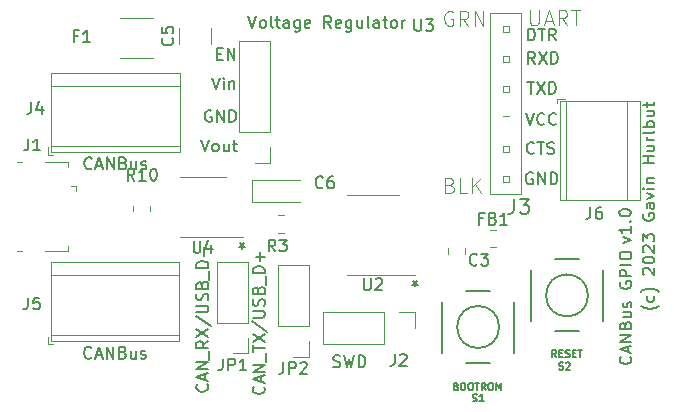
<source format=gbr>
%TF.GenerationSoftware,KiCad,Pcbnew,6.0.11-2627ca5db0~126~ubuntu22.04.1*%
%TF.CreationDate,2023-02-28T18:33:25-05:00*%
%TF.ProjectId,canbus-gpios,63616e62-7573-42d6-9770-696f732e6b69,1.0*%
%TF.SameCoordinates,Original*%
%TF.FileFunction,Legend,Top*%
%TF.FilePolarity,Positive*%
%FSLAX46Y46*%
G04 Gerber Fmt 4.6, Leading zero omitted, Abs format (unit mm)*
G04 Created by KiCad (PCBNEW 6.0.11-2627ca5db0~126~ubuntu22.04.1) date 2023-02-28 18:33:25*
%MOMM*%
%LPD*%
G01*
G04 APERTURE LIST*
%ADD10C,0.150000*%
%ADD11C,0.127000*%
%ADD12C,0.101600*%
%ADD13C,0.120000*%
%ADD14C,0.203200*%
%ADD15C,0.066040*%
G04 APERTURE END LIST*
D10*
X107057142Y-98767857D02*
X107104761Y-98815476D01*
X107152380Y-98958333D01*
X107152380Y-99053571D01*
X107104761Y-99196428D01*
X107009523Y-99291666D01*
X106914285Y-99339285D01*
X106723809Y-99386904D01*
X106580952Y-99386904D01*
X106390476Y-99339285D01*
X106295238Y-99291666D01*
X106200000Y-99196428D01*
X106152380Y-99053571D01*
X106152380Y-98958333D01*
X106200000Y-98815476D01*
X106247619Y-98767857D01*
X106866666Y-98386904D02*
X106866666Y-97910714D01*
X107152380Y-98482142D02*
X106152380Y-98148809D01*
X107152380Y-97815476D01*
X107152380Y-97482142D02*
X106152380Y-97482142D01*
X107152380Y-96910714D01*
X106152380Y-96910714D01*
X106628571Y-96101190D02*
X106676190Y-95958333D01*
X106723809Y-95910714D01*
X106819047Y-95863095D01*
X106961904Y-95863095D01*
X107057142Y-95910714D01*
X107104761Y-95958333D01*
X107152380Y-96053571D01*
X107152380Y-96434523D01*
X106152380Y-96434523D01*
X106152380Y-96101190D01*
X106200000Y-96005952D01*
X106247619Y-95958333D01*
X106342857Y-95910714D01*
X106438095Y-95910714D01*
X106533333Y-95958333D01*
X106580952Y-96005952D01*
X106628571Y-96101190D01*
X106628571Y-96434523D01*
X106485714Y-95005952D02*
X107152380Y-95005952D01*
X106485714Y-95434523D02*
X107009523Y-95434523D01*
X107104761Y-95386904D01*
X107152380Y-95291666D01*
X107152380Y-95148809D01*
X107104761Y-95053571D01*
X107057142Y-95005952D01*
X107104761Y-94577380D02*
X107152380Y-94482142D01*
X107152380Y-94291666D01*
X107104761Y-94196428D01*
X107009523Y-94148809D01*
X106961904Y-94148809D01*
X106866666Y-94196428D01*
X106819047Y-94291666D01*
X106819047Y-94434523D01*
X106771428Y-94529761D01*
X106676190Y-94577380D01*
X106628571Y-94577380D01*
X106533333Y-94529761D01*
X106485714Y-94434523D01*
X106485714Y-94291666D01*
X106533333Y-94196428D01*
X106200000Y-92434523D02*
X106152380Y-92529761D01*
X106152380Y-92672619D01*
X106200000Y-92815476D01*
X106295238Y-92910714D01*
X106390476Y-92958333D01*
X106580952Y-93005952D01*
X106723809Y-93005952D01*
X106914285Y-92958333D01*
X107009523Y-92910714D01*
X107104761Y-92815476D01*
X107152380Y-92672619D01*
X107152380Y-92577380D01*
X107104761Y-92434523D01*
X107057142Y-92386904D01*
X106723809Y-92386904D01*
X106723809Y-92577380D01*
X107152380Y-91958333D02*
X106152380Y-91958333D01*
X106152380Y-91577380D01*
X106200000Y-91482142D01*
X106247619Y-91434523D01*
X106342857Y-91386904D01*
X106485714Y-91386904D01*
X106580952Y-91434523D01*
X106628571Y-91482142D01*
X106676190Y-91577380D01*
X106676190Y-91958333D01*
X107152380Y-90958333D02*
X106152380Y-90958333D01*
X106152380Y-90291666D02*
X106152380Y-90101190D01*
X106200000Y-90005952D01*
X106295238Y-89910714D01*
X106485714Y-89863095D01*
X106819047Y-89863095D01*
X107009523Y-89910714D01*
X107104761Y-90005952D01*
X107152380Y-90101190D01*
X107152380Y-90291666D01*
X107104761Y-90386904D01*
X107009523Y-90482142D01*
X106819047Y-90529761D01*
X106485714Y-90529761D01*
X106295238Y-90482142D01*
X106200000Y-90386904D01*
X106152380Y-90291666D01*
X106435714Y-89103571D02*
X107102380Y-88865476D01*
X106435714Y-88627380D01*
X107102380Y-87722619D02*
X107102380Y-88294047D01*
X107102380Y-88008333D02*
X106102380Y-88008333D01*
X106245238Y-88103571D01*
X106340476Y-88198809D01*
X106388095Y-88294047D01*
X107007142Y-87294047D02*
X107054761Y-87246428D01*
X107102380Y-87294047D01*
X107054761Y-87341666D01*
X107007142Y-87294047D01*
X107102380Y-87294047D01*
X106102380Y-86627380D02*
X106102380Y-86532142D01*
X106150000Y-86436904D01*
X106197619Y-86389285D01*
X106292857Y-86341666D01*
X106483333Y-86294047D01*
X106721428Y-86294047D01*
X106911904Y-86341666D01*
X107007142Y-86389285D01*
X107054761Y-86436904D01*
X107102380Y-86532142D01*
X107102380Y-86627380D01*
X107054761Y-86722619D01*
X107007142Y-86770238D01*
X106911904Y-86817857D01*
X106721428Y-86865476D01*
X106483333Y-86865476D01*
X106292857Y-86817857D01*
X106197619Y-86770238D01*
X106150000Y-86722619D01*
X106102380Y-86627380D01*
X109483333Y-94430952D02*
X109435714Y-94478571D01*
X109292857Y-94573809D01*
X109197619Y-94621428D01*
X109054761Y-94669047D01*
X108816666Y-94716666D01*
X108626190Y-94716666D01*
X108388095Y-94669047D01*
X108245238Y-94621428D01*
X108150000Y-94573809D01*
X108007142Y-94478571D01*
X107959523Y-94430952D01*
X109054761Y-93621428D02*
X109102380Y-93716666D01*
X109102380Y-93907142D01*
X109054761Y-94002380D01*
X109007142Y-94050000D01*
X108911904Y-94097619D01*
X108626190Y-94097619D01*
X108530952Y-94050000D01*
X108483333Y-94002380D01*
X108435714Y-93907142D01*
X108435714Y-93716666D01*
X108483333Y-93621428D01*
X109483333Y-93288095D02*
X109435714Y-93240476D01*
X109292857Y-93145238D01*
X109197619Y-93097619D01*
X109054761Y-93050000D01*
X108816666Y-93002380D01*
X108626190Y-93002380D01*
X108388095Y-93050000D01*
X108245238Y-93097619D01*
X108150000Y-93145238D01*
X108007142Y-93240476D01*
X107959523Y-93288095D01*
X108197619Y-91811904D02*
X108150000Y-91764285D01*
X108102380Y-91669047D01*
X108102380Y-91430952D01*
X108150000Y-91335714D01*
X108197619Y-91288095D01*
X108292857Y-91240476D01*
X108388095Y-91240476D01*
X108530952Y-91288095D01*
X109102380Y-91859523D01*
X109102380Y-91240476D01*
X108102380Y-90621428D02*
X108102380Y-90526190D01*
X108150000Y-90430952D01*
X108197619Y-90383333D01*
X108292857Y-90335714D01*
X108483333Y-90288095D01*
X108721428Y-90288095D01*
X108911904Y-90335714D01*
X109007142Y-90383333D01*
X109054761Y-90430952D01*
X109102380Y-90526190D01*
X109102380Y-90621428D01*
X109054761Y-90716666D01*
X109007142Y-90764285D01*
X108911904Y-90811904D01*
X108721428Y-90859523D01*
X108483333Y-90859523D01*
X108292857Y-90811904D01*
X108197619Y-90764285D01*
X108150000Y-90716666D01*
X108102380Y-90621428D01*
X108197619Y-89907142D02*
X108150000Y-89859523D01*
X108102380Y-89764285D01*
X108102380Y-89526190D01*
X108150000Y-89430952D01*
X108197619Y-89383333D01*
X108292857Y-89335714D01*
X108388095Y-89335714D01*
X108530952Y-89383333D01*
X109102380Y-89954761D01*
X109102380Y-89335714D01*
X108102380Y-89002380D02*
X108102380Y-88383333D01*
X108483333Y-88716666D01*
X108483333Y-88573809D01*
X108530952Y-88478571D01*
X108578571Y-88430952D01*
X108673809Y-88383333D01*
X108911904Y-88383333D01*
X109007142Y-88430952D01*
X109054761Y-88478571D01*
X109102380Y-88573809D01*
X109102380Y-88859523D01*
X109054761Y-88954761D01*
X109007142Y-89002380D01*
X108150000Y-86669047D02*
X108102380Y-86764285D01*
X108102380Y-86907142D01*
X108150000Y-87050000D01*
X108245238Y-87145238D01*
X108340476Y-87192857D01*
X108530952Y-87240476D01*
X108673809Y-87240476D01*
X108864285Y-87192857D01*
X108959523Y-87145238D01*
X109054761Y-87050000D01*
X109102380Y-86907142D01*
X109102380Y-86811904D01*
X109054761Y-86669047D01*
X109007142Y-86621428D01*
X108673809Y-86621428D01*
X108673809Y-86811904D01*
X109102380Y-85764285D02*
X108578571Y-85764285D01*
X108483333Y-85811904D01*
X108435714Y-85907142D01*
X108435714Y-86097619D01*
X108483333Y-86192857D01*
X109054761Y-85764285D02*
X109102380Y-85859523D01*
X109102380Y-86097619D01*
X109054761Y-86192857D01*
X108959523Y-86240476D01*
X108864285Y-86240476D01*
X108769047Y-86192857D01*
X108721428Y-86097619D01*
X108721428Y-85859523D01*
X108673809Y-85764285D01*
X108435714Y-85383333D02*
X109102380Y-85145238D01*
X108435714Y-84907142D01*
X109102380Y-84526190D02*
X108435714Y-84526190D01*
X108102380Y-84526190D02*
X108150000Y-84573809D01*
X108197619Y-84526190D01*
X108150000Y-84478571D01*
X108102380Y-84526190D01*
X108197619Y-84526190D01*
X108435714Y-84050000D02*
X109102380Y-84050000D01*
X108530952Y-84050000D02*
X108483333Y-84002380D01*
X108435714Y-83907142D01*
X108435714Y-83764285D01*
X108483333Y-83669047D01*
X108578571Y-83621428D01*
X109102380Y-83621428D01*
X109102380Y-82383333D02*
X108102380Y-82383333D01*
X108578571Y-82383333D02*
X108578571Y-81811904D01*
X109102380Y-81811904D02*
X108102380Y-81811904D01*
X108435714Y-80907142D02*
X109102380Y-80907142D01*
X108435714Y-81335714D02*
X108959523Y-81335714D01*
X109054761Y-81288095D01*
X109102380Y-81192857D01*
X109102380Y-81050000D01*
X109054761Y-80954761D01*
X109007142Y-80907142D01*
X109102380Y-80430952D02*
X108435714Y-80430952D01*
X108626190Y-80430952D02*
X108530952Y-80383333D01*
X108483333Y-80335714D01*
X108435714Y-80240476D01*
X108435714Y-80145238D01*
X109102380Y-79669047D02*
X109054761Y-79764285D01*
X108959523Y-79811904D01*
X108102380Y-79811904D01*
X109102380Y-79288095D02*
X108102380Y-79288095D01*
X108483333Y-79288095D02*
X108435714Y-79192857D01*
X108435714Y-79002380D01*
X108483333Y-78907142D01*
X108530952Y-78859523D01*
X108626190Y-78811904D01*
X108911904Y-78811904D01*
X109007142Y-78859523D01*
X109054761Y-78907142D01*
X109102380Y-79002380D01*
X109102380Y-79192857D01*
X109054761Y-79288095D01*
X108435714Y-77954761D02*
X109102380Y-77954761D01*
X108435714Y-78383333D02*
X108959523Y-78383333D01*
X109054761Y-78335714D01*
X109102380Y-78240476D01*
X109102380Y-78097619D01*
X109054761Y-78002380D01*
X109007142Y-77954761D01*
X108435714Y-77621428D02*
X108435714Y-77240476D01*
X108102380Y-77478571D02*
X108959523Y-77478571D01*
X109054761Y-77430952D01*
X109102380Y-77335714D01*
X109102380Y-77240476D01*
%TO.C,JP1*%
X72566666Y-98922380D02*
X72566666Y-99636666D01*
X72519047Y-99779523D01*
X72423809Y-99874761D01*
X72280952Y-99922380D01*
X72185714Y-99922380D01*
X73042857Y-99922380D02*
X73042857Y-98922380D01*
X73423809Y-98922380D01*
X73519047Y-98970000D01*
X73566666Y-99017619D01*
X73614285Y-99112857D01*
X73614285Y-99255714D01*
X73566666Y-99350952D01*
X73519047Y-99398571D01*
X73423809Y-99446190D01*
X73042857Y-99446190D01*
X74566666Y-99922380D02*
X73995238Y-99922380D01*
X74280952Y-99922380D02*
X74280952Y-98922380D01*
X74185714Y-99065238D01*
X74090476Y-99160476D01*
X73995238Y-99208095D01*
X71232142Y-101098809D02*
X71279761Y-101146428D01*
X71327380Y-101289285D01*
X71327380Y-101384523D01*
X71279761Y-101527380D01*
X71184523Y-101622619D01*
X71089285Y-101670238D01*
X70898809Y-101717857D01*
X70755952Y-101717857D01*
X70565476Y-101670238D01*
X70470238Y-101622619D01*
X70375000Y-101527380D01*
X70327380Y-101384523D01*
X70327380Y-101289285D01*
X70375000Y-101146428D01*
X70422619Y-101098809D01*
X71041666Y-100717857D02*
X71041666Y-100241666D01*
X71327380Y-100813095D02*
X70327380Y-100479761D01*
X71327380Y-100146428D01*
X71327380Y-99813095D02*
X70327380Y-99813095D01*
X71327380Y-99241666D01*
X70327380Y-99241666D01*
X71422619Y-99003571D02*
X71422619Y-98241666D01*
X71327380Y-97432142D02*
X70851190Y-97765476D01*
X71327380Y-98003571D02*
X70327380Y-98003571D01*
X70327380Y-97622619D01*
X70375000Y-97527380D01*
X70422619Y-97479761D01*
X70517857Y-97432142D01*
X70660714Y-97432142D01*
X70755952Y-97479761D01*
X70803571Y-97527380D01*
X70851190Y-97622619D01*
X70851190Y-98003571D01*
X70327380Y-97098809D02*
X71327380Y-96432142D01*
X70327380Y-96432142D02*
X71327380Y-97098809D01*
X70279761Y-95336904D02*
X71565476Y-96194047D01*
X70327380Y-95003571D02*
X71136904Y-95003571D01*
X71232142Y-94955952D01*
X71279761Y-94908333D01*
X71327380Y-94813095D01*
X71327380Y-94622619D01*
X71279761Y-94527380D01*
X71232142Y-94479761D01*
X71136904Y-94432142D01*
X70327380Y-94432142D01*
X71279761Y-94003571D02*
X71327380Y-93860714D01*
X71327380Y-93622619D01*
X71279761Y-93527380D01*
X71232142Y-93479761D01*
X71136904Y-93432142D01*
X71041666Y-93432142D01*
X70946428Y-93479761D01*
X70898809Y-93527380D01*
X70851190Y-93622619D01*
X70803571Y-93813095D01*
X70755952Y-93908333D01*
X70708333Y-93955952D01*
X70613095Y-94003571D01*
X70517857Y-94003571D01*
X70422619Y-93955952D01*
X70375000Y-93908333D01*
X70327380Y-93813095D01*
X70327380Y-93575000D01*
X70375000Y-93432142D01*
X70803571Y-92670238D02*
X70851190Y-92527380D01*
X70898809Y-92479761D01*
X70994047Y-92432142D01*
X71136904Y-92432142D01*
X71232142Y-92479761D01*
X71279761Y-92527380D01*
X71327380Y-92622619D01*
X71327380Y-93003571D01*
X70327380Y-93003571D01*
X70327380Y-92670238D01*
X70375000Y-92575000D01*
X70422619Y-92527380D01*
X70517857Y-92479761D01*
X70613095Y-92479761D01*
X70708333Y-92527380D01*
X70755952Y-92575000D01*
X70803571Y-92670238D01*
X70803571Y-93003571D01*
X71422619Y-92241666D02*
X71422619Y-91479761D01*
X71327380Y-91241666D02*
X70327380Y-91241666D01*
X70327380Y-91003571D01*
X70375000Y-90860714D01*
X70470238Y-90765476D01*
X70565476Y-90717857D01*
X70755952Y-90670238D01*
X70898809Y-90670238D01*
X71089285Y-90717857D01*
X71184523Y-90765476D01*
X71279761Y-90860714D01*
X71327380Y-91003571D01*
X71327380Y-91241666D01*
X70946428Y-90241666D02*
X70946428Y-89479761D01*
%TO.C,J5*%
X56066666Y-93752380D02*
X56066666Y-94466666D01*
X56019047Y-94609523D01*
X55923809Y-94704761D01*
X55780952Y-94752380D01*
X55685714Y-94752380D01*
X57019047Y-93752380D02*
X56542857Y-93752380D01*
X56495238Y-94228571D01*
X56542857Y-94180952D01*
X56638095Y-94133333D01*
X56876190Y-94133333D01*
X56971428Y-94180952D01*
X57019047Y-94228571D01*
X57066666Y-94323809D01*
X57066666Y-94561904D01*
X57019047Y-94657142D01*
X56971428Y-94704761D01*
X56876190Y-94752380D01*
X56638095Y-94752380D01*
X56542857Y-94704761D01*
X56495238Y-94657142D01*
X61435000Y-98827142D02*
X61387380Y-98874761D01*
X61244523Y-98922380D01*
X61149285Y-98922380D01*
X61006428Y-98874761D01*
X60911190Y-98779523D01*
X60863571Y-98684285D01*
X60815952Y-98493809D01*
X60815952Y-98350952D01*
X60863571Y-98160476D01*
X60911190Y-98065238D01*
X61006428Y-97970000D01*
X61149285Y-97922380D01*
X61244523Y-97922380D01*
X61387380Y-97970000D01*
X61435000Y-98017619D01*
X61815952Y-98636666D02*
X62292142Y-98636666D01*
X61720714Y-98922380D02*
X62054047Y-97922380D01*
X62387380Y-98922380D01*
X62720714Y-98922380D02*
X62720714Y-97922380D01*
X63292142Y-98922380D01*
X63292142Y-97922380D01*
X64101666Y-98398571D02*
X64244523Y-98446190D01*
X64292142Y-98493809D01*
X64339761Y-98589047D01*
X64339761Y-98731904D01*
X64292142Y-98827142D01*
X64244523Y-98874761D01*
X64149285Y-98922380D01*
X63768333Y-98922380D01*
X63768333Y-97922380D01*
X64101666Y-97922380D01*
X64196904Y-97970000D01*
X64244523Y-98017619D01*
X64292142Y-98112857D01*
X64292142Y-98208095D01*
X64244523Y-98303333D01*
X64196904Y-98350952D01*
X64101666Y-98398571D01*
X63768333Y-98398571D01*
X65196904Y-98255714D02*
X65196904Y-98922380D01*
X64768333Y-98255714D02*
X64768333Y-98779523D01*
X64815952Y-98874761D01*
X64911190Y-98922380D01*
X65054047Y-98922380D01*
X65149285Y-98874761D01*
X65196904Y-98827142D01*
X65625476Y-98874761D02*
X65720714Y-98922380D01*
X65911190Y-98922380D01*
X66006428Y-98874761D01*
X66054047Y-98779523D01*
X66054047Y-98731904D01*
X66006428Y-98636666D01*
X65911190Y-98589047D01*
X65768333Y-98589047D01*
X65673095Y-98541428D01*
X65625476Y-98446190D01*
X65625476Y-98398571D01*
X65673095Y-98303333D01*
X65768333Y-98255714D01*
X65911190Y-98255714D01*
X66006428Y-98303333D01*
%TO.C,J2*%
X87116666Y-98552380D02*
X87116666Y-99266666D01*
X87069047Y-99409523D01*
X86973809Y-99504761D01*
X86830952Y-99552380D01*
X86735714Y-99552380D01*
X87545238Y-98647619D02*
X87592857Y-98600000D01*
X87688095Y-98552380D01*
X87926190Y-98552380D01*
X88021428Y-98600000D01*
X88069047Y-98647619D01*
X88116666Y-98742857D01*
X88116666Y-98838095D01*
X88069047Y-98980952D01*
X87497619Y-99552380D01*
X88116666Y-99552380D01*
X81917857Y-99604761D02*
X82060714Y-99652380D01*
X82298809Y-99652380D01*
X82394047Y-99604761D01*
X82441666Y-99557142D01*
X82489285Y-99461904D01*
X82489285Y-99366666D01*
X82441666Y-99271428D01*
X82394047Y-99223809D01*
X82298809Y-99176190D01*
X82108333Y-99128571D01*
X82013095Y-99080952D01*
X81965476Y-99033333D01*
X81917857Y-98938095D01*
X81917857Y-98842857D01*
X81965476Y-98747619D01*
X82013095Y-98700000D01*
X82108333Y-98652380D01*
X82346428Y-98652380D01*
X82489285Y-98700000D01*
X82822619Y-98652380D02*
X83060714Y-99652380D01*
X83251190Y-98938095D01*
X83441666Y-99652380D01*
X83679761Y-98652380D01*
X84060714Y-99652380D02*
X84060714Y-98652380D01*
X84298809Y-98652380D01*
X84441666Y-98700000D01*
X84536904Y-98795238D01*
X84584523Y-98890476D01*
X84632142Y-99080952D01*
X84632142Y-99223809D01*
X84584523Y-99414285D01*
X84536904Y-99509523D01*
X84441666Y-99604761D01*
X84298809Y-99652380D01*
X84060714Y-99652380D01*
%TO.C,R10*%
X65082142Y-83852380D02*
X64748809Y-83376190D01*
X64510714Y-83852380D02*
X64510714Y-82852380D01*
X64891666Y-82852380D01*
X64986904Y-82900000D01*
X65034523Y-82947619D01*
X65082142Y-83042857D01*
X65082142Y-83185714D01*
X65034523Y-83280952D01*
X64986904Y-83328571D01*
X64891666Y-83376190D01*
X64510714Y-83376190D01*
X66034523Y-83852380D02*
X65463095Y-83852380D01*
X65748809Y-83852380D02*
X65748809Y-82852380D01*
X65653571Y-82995238D01*
X65558333Y-83090476D01*
X65463095Y-83138095D01*
X66653571Y-82852380D02*
X66748809Y-82852380D01*
X66844047Y-82900000D01*
X66891666Y-82947619D01*
X66939285Y-83042857D01*
X66986904Y-83233333D01*
X66986904Y-83471428D01*
X66939285Y-83661904D01*
X66891666Y-83757142D01*
X66844047Y-83804761D01*
X66748809Y-83852380D01*
X66653571Y-83852380D01*
X66558333Y-83804761D01*
X66510714Y-83757142D01*
X66463095Y-83661904D01*
X66415476Y-83471428D01*
X66415476Y-83233333D01*
X66463095Y-83042857D01*
X66510714Y-82947619D01*
X66558333Y-82900000D01*
X66653571Y-82852380D01*
%TO.C,C3*%
X94083333Y-90957142D02*
X94035714Y-91004761D01*
X93892857Y-91052380D01*
X93797619Y-91052380D01*
X93654761Y-91004761D01*
X93559523Y-90909523D01*
X93511904Y-90814285D01*
X93464285Y-90623809D01*
X93464285Y-90480952D01*
X93511904Y-90290476D01*
X93559523Y-90195238D01*
X93654761Y-90100000D01*
X93797619Y-90052380D01*
X93892857Y-90052380D01*
X94035714Y-90100000D01*
X94083333Y-90147619D01*
X94416666Y-90052380D02*
X95035714Y-90052380D01*
X94702380Y-90433333D01*
X94845238Y-90433333D01*
X94940476Y-90480952D01*
X94988095Y-90528571D01*
X95035714Y-90623809D01*
X95035714Y-90861904D01*
X94988095Y-90957142D01*
X94940476Y-91004761D01*
X94845238Y-91052380D01*
X94559523Y-91052380D01*
X94464285Y-91004761D01*
X94416666Y-90957142D01*
D11*
%TO.C,S1*%
X93710542Y-102521742D02*
X93797628Y-102550771D01*
X93942771Y-102550771D01*
X94000828Y-102521742D01*
X94029857Y-102492714D01*
X94058885Y-102434657D01*
X94058885Y-102376600D01*
X94029857Y-102318542D01*
X94000828Y-102289514D01*
X93942771Y-102260485D01*
X93826657Y-102231457D01*
X93768600Y-102202428D01*
X93739571Y-102173400D01*
X93710542Y-102115342D01*
X93710542Y-102057285D01*
X93739571Y-101999228D01*
X93768600Y-101970200D01*
X93826657Y-101941171D01*
X93971800Y-101941171D01*
X94058885Y-101970200D01*
X94639457Y-102550771D02*
X94291114Y-102550771D01*
X94465285Y-102550771D02*
X94465285Y-101941171D01*
X94407228Y-102028257D01*
X94349171Y-102086314D01*
X94291114Y-102115342D01*
X92325228Y-101281457D02*
X92412314Y-101310485D01*
X92441342Y-101339514D01*
X92470371Y-101397571D01*
X92470371Y-101484657D01*
X92441342Y-101542714D01*
X92412314Y-101571742D01*
X92354257Y-101600771D01*
X92122028Y-101600771D01*
X92122028Y-100991171D01*
X92325228Y-100991171D01*
X92383285Y-101020200D01*
X92412314Y-101049228D01*
X92441342Y-101107285D01*
X92441342Y-101165342D01*
X92412314Y-101223400D01*
X92383285Y-101252428D01*
X92325228Y-101281457D01*
X92122028Y-101281457D01*
X92847742Y-100991171D02*
X92963857Y-100991171D01*
X93021914Y-101020200D01*
X93079971Y-101078257D01*
X93109000Y-101194371D01*
X93109000Y-101397571D01*
X93079971Y-101513685D01*
X93021914Y-101571742D01*
X92963857Y-101600771D01*
X92847742Y-101600771D01*
X92789685Y-101571742D01*
X92731628Y-101513685D01*
X92702600Y-101397571D01*
X92702600Y-101194371D01*
X92731628Y-101078257D01*
X92789685Y-101020200D01*
X92847742Y-100991171D01*
X93486371Y-100991171D02*
X93602485Y-100991171D01*
X93660542Y-101020200D01*
X93718600Y-101078257D01*
X93747628Y-101194371D01*
X93747628Y-101397571D01*
X93718600Y-101513685D01*
X93660542Y-101571742D01*
X93602485Y-101600771D01*
X93486371Y-101600771D01*
X93428314Y-101571742D01*
X93370257Y-101513685D01*
X93341228Y-101397571D01*
X93341228Y-101194371D01*
X93370257Y-101078257D01*
X93428314Y-101020200D01*
X93486371Y-100991171D01*
X93921800Y-100991171D02*
X94270142Y-100991171D01*
X94095971Y-101600771D02*
X94095971Y-100991171D01*
X94821685Y-101600771D02*
X94618485Y-101310485D01*
X94473342Y-101600771D02*
X94473342Y-100991171D01*
X94705571Y-100991171D01*
X94763628Y-101020200D01*
X94792657Y-101049228D01*
X94821685Y-101107285D01*
X94821685Y-101194371D01*
X94792657Y-101252428D01*
X94763628Y-101281457D01*
X94705571Y-101310485D01*
X94473342Y-101310485D01*
X95199057Y-100991171D02*
X95315171Y-100991171D01*
X95373228Y-101020200D01*
X95431285Y-101078257D01*
X95460314Y-101194371D01*
X95460314Y-101397571D01*
X95431285Y-101513685D01*
X95373228Y-101571742D01*
X95315171Y-101600771D01*
X95199057Y-101600771D01*
X95141000Y-101571742D01*
X95082942Y-101513685D01*
X95053914Y-101397571D01*
X95053914Y-101194371D01*
X95082942Y-101078257D01*
X95141000Y-101020200D01*
X95199057Y-100991171D01*
X95721571Y-101600771D02*
X95721571Y-100991171D01*
X95924771Y-101426600D01*
X96127971Y-100991171D01*
X96127971Y-101600771D01*
D10*
%TO.C,R3*%
X77008333Y-89852380D02*
X76675000Y-89376190D01*
X76436904Y-89852380D02*
X76436904Y-88852380D01*
X76817857Y-88852380D01*
X76913095Y-88900000D01*
X76960714Y-88947619D01*
X77008333Y-89042857D01*
X77008333Y-89185714D01*
X76960714Y-89280952D01*
X76913095Y-89328571D01*
X76817857Y-89376190D01*
X76436904Y-89376190D01*
X77341666Y-88852380D02*
X77960714Y-88852380D01*
X77627380Y-89233333D01*
X77770238Y-89233333D01*
X77865476Y-89280952D01*
X77913095Y-89328571D01*
X77960714Y-89423809D01*
X77960714Y-89661904D01*
X77913095Y-89757142D01*
X77865476Y-89804761D01*
X77770238Y-89852380D01*
X77484523Y-89852380D01*
X77389285Y-89804761D01*
X77341666Y-89757142D01*
D11*
%TO.C,J3*%
X97226666Y-85404523D02*
X97226666Y-86311666D01*
X97166190Y-86493095D01*
X97045238Y-86614047D01*
X96863809Y-86674523D01*
X96742857Y-86674523D01*
X97710476Y-85404523D02*
X98496666Y-85404523D01*
X98073333Y-85888333D01*
X98254761Y-85888333D01*
X98375714Y-85948809D01*
X98436190Y-86009285D01*
X98496666Y-86130238D01*
X98496666Y-86432619D01*
X98436190Y-86553571D01*
X98375714Y-86614047D01*
X98254761Y-86674523D01*
X97891904Y-86674523D01*
X97770952Y-86614047D01*
X97710476Y-86553571D01*
D12*
X98574047Y-69429523D02*
X98574047Y-70457619D01*
X98634523Y-70578571D01*
X98695000Y-70639047D01*
X98815952Y-70699523D01*
X99057857Y-70699523D01*
X99178809Y-70639047D01*
X99239285Y-70578571D01*
X99299761Y-70457619D01*
X99299761Y-69429523D01*
X99844047Y-70336666D02*
X100448809Y-70336666D01*
X99723095Y-70699523D02*
X100146428Y-69429523D01*
X100569761Y-70699523D01*
X101718809Y-70699523D02*
X101295476Y-70094761D01*
X100993095Y-70699523D02*
X100993095Y-69429523D01*
X101476904Y-69429523D01*
X101597857Y-69490000D01*
X101658333Y-69550476D01*
X101718809Y-69671428D01*
X101718809Y-69852857D01*
X101658333Y-69973809D01*
X101597857Y-70034285D01*
X101476904Y-70094761D01*
X100993095Y-70094761D01*
X102081666Y-69429523D02*
X102807380Y-69429523D01*
X102444523Y-70699523D02*
X102444523Y-69429523D01*
X91816666Y-84234285D02*
X91998095Y-84294761D01*
X92058571Y-84355238D01*
X92119047Y-84476190D01*
X92119047Y-84657619D01*
X92058571Y-84778571D01*
X91998095Y-84839047D01*
X91877142Y-84899523D01*
X91393333Y-84899523D01*
X91393333Y-83629523D01*
X91816666Y-83629523D01*
X91937619Y-83690000D01*
X91998095Y-83750476D01*
X92058571Y-83871428D01*
X92058571Y-83992380D01*
X91998095Y-84113333D01*
X91937619Y-84173809D01*
X91816666Y-84234285D01*
X91393333Y-84234285D01*
X93268095Y-84899523D02*
X92663333Y-84899523D01*
X92663333Y-83629523D01*
X93691428Y-84899523D02*
X93691428Y-83629523D01*
X94417142Y-84899523D02*
X93872857Y-84173809D01*
X94417142Y-83629523D02*
X93691428Y-84355238D01*
D10*
X98214666Y-78138580D02*
X98548000Y-79138580D01*
X98881333Y-78138580D01*
X99786095Y-79043342D02*
X99738476Y-79090961D01*
X99595619Y-79138580D01*
X99500380Y-79138580D01*
X99357523Y-79090961D01*
X99262285Y-78995723D01*
X99214666Y-78900485D01*
X99167047Y-78710009D01*
X99167047Y-78567152D01*
X99214666Y-78376676D01*
X99262285Y-78281438D01*
X99357523Y-78186200D01*
X99500380Y-78138580D01*
X99595619Y-78138580D01*
X99738476Y-78186200D01*
X99786095Y-78233819D01*
X100786095Y-79043342D02*
X100738476Y-79090961D01*
X100595619Y-79138580D01*
X100500380Y-79138580D01*
X100357523Y-79090961D01*
X100262285Y-78995723D01*
X100214666Y-78900485D01*
X100167047Y-78710009D01*
X100167047Y-78567152D01*
X100214666Y-78376676D01*
X100262285Y-78281438D01*
X100357523Y-78186200D01*
X100500380Y-78138580D01*
X100595619Y-78138580D01*
X100738476Y-78186200D01*
X100786095Y-78233819D01*
X98786095Y-83215400D02*
X98690857Y-83167780D01*
X98548000Y-83167780D01*
X98405142Y-83215400D01*
X98309904Y-83310638D01*
X98262285Y-83405876D01*
X98214666Y-83596352D01*
X98214666Y-83739209D01*
X98262285Y-83929685D01*
X98309904Y-84024923D01*
X98405142Y-84120161D01*
X98548000Y-84167780D01*
X98643238Y-84167780D01*
X98786095Y-84120161D01*
X98833714Y-84072542D01*
X98833714Y-83739209D01*
X98643238Y-83739209D01*
X99262285Y-84167780D02*
X99262285Y-83167780D01*
X99833714Y-84167780D01*
X99833714Y-83167780D01*
X100309904Y-84167780D02*
X100309904Y-83167780D01*
X100548000Y-83167780D01*
X100690857Y-83215400D01*
X100786095Y-83310638D01*
X100833714Y-83405876D01*
X100881333Y-83596352D01*
X100881333Y-83739209D01*
X100833714Y-83929685D01*
X100786095Y-84024923D01*
X100690857Y-84120161D01*
X100548000Y-84167780D01*
X100309904Y-84167780D01*
X98407142Y-71977380D02*
X98407142Y-70977380D01*
X98645238Y-70977380D01*
X98788095Y-71025000D01*
X98883333Y-71120238D01*
X98930952Y-71215476D01*
X98978571Y-71405952D01*
X98978571Y-71548809D01*
X98930952Y-71739285D01*
X98883333Y-71834523D01*
X98788095Y-71929761D01*
X98645238Y-71977380D01*
X98407142Y-71977380D01*
X99264285Y-70977380D02*
X99835714Y-70977380D01*
X99550000Y-71977380D02*
X99550000Y-70977380D01*
X100740476Y-71977380D02*
X100407142Y-71501190D01*
X100169047Y-71977380D02*
X100169047Y-70977380D01*
X100550000Y-70977380D01*
X100645238Y-71025000D01*
X100692857Y-71072619D01*
X100740476Y-71167857D01*
X100740476Y-71310714D01*
X100692857Y-71405952D01*
X100645238Y-71453571D01*
X100550000Y-71501190D01*
X100169047Y-71501190D01*
X98336895Y-75496980D02*
X98908323Y-75496980D01*
X98622609Y-76496980D02*
X98622609Y-75496980D01*
X99146419Y-75496980D02*
X99813085Y-76496980D01*
X99813085Y-75496980D02*
X99146419Y-76496980D01*
X100194038Y-76496980D02*
X100194038Y-75496980D01*
X100432133Y-75496980D01*
X100574990Y-75544600D01*
X100670228Y-75639838D01*
X100717847Y-75735076D01*
X100765466Y-75925552D01*
X100765466Y-76068409D01*
X100717847Y-76258885D01*
X100670228Y-76354123D01*
X100574990Y-76449361D01*
X100432133Y-76496980D01*
X100194038Y-76496980D01*
D12*
X92032380Y-69540000D02*
X91911428Y-69479523D01*
X91730000Y-69479523D01*
X91548571Y-69540000D01*
X91427619Y-69660952D01*
X91367142Y-69781904D01*
X91306666Y-70023809D01*
X91306666Y-70205238D01*
X91367142Y-70447142D01*
X91427619Y-70568095D01*
X91548571Y-70689047D01*
X91730000Y-70749523D01*
X91850952Y-70749523D01*
X92032380Y-70689047D01*
X92092857Y-70628571D01*
X92092857Y-70205238D01*
X91850952Y-70205238D01*
X93362857Y-70749523D02*
X92939523Y-70144761D01*
X92637142Y-70749523D02*
X92637142Y-69479523D01*
X93120952Y-69479523D01*
X93241904Y-69540000D01*
X93302380Y-69600476D01*
X93362857Y-69721428D01*
X93362857Y-69902857D01*
X93302380Y-70023809D01*
X93241904Y-70084285D01*
X93120952Y-70144761D01*
X92637142Y-70144761D01*
X93907142Y-70749523D02*
X93907142Y-69479523D01*
X94632857Y-70749523D01*
X94632857Y-69479523D01*
D10*
X98982933Y-73956980D02*
X98649600Y-73480790D01*
X98411504Y-73956980D02*
X98411504Y-72956980D01*
X98792457Y-72956980D01*
X98887695Y-73004600D01*
X98935314Y-73052219D01*
X98982933Y-73147457D01*
X98982933Y-73290314D01*
X98935314Y-73385552D01*
X98887695Y-73433171D01*
X98792457Y-73480790D01*
X98411504Y-73480790D01*
X99316266Y-72956980D02*
X99982933Y-73956980D01*
X99982933Y-72956980D02*
X99316266Y-73956980D01*
X100363885Y-73956980D02*
X100363885Y-72956980D01*
X100601980Y-72956980D01*
X100744838Y-73004600D01*
X100840076Y-73099838D01*
X100887695Y-73195076D01*
X100935314Y-73385552D01*
X100935314Y-73528409D01*
X100887695Y-73718885D01*
X100840076Y-73814123D01*
X100744838Y-73909361D01*
X100601980Y-73956980D01*
X100363885Y-73956980D01*
X98898780Y-81507142D02*
X98851161Y-81554761D01*
X98708304Y-81602380D01*
X98613066Y-81602380D01*
X98470209Y-81554761D01*
X98374971Y-81459523D01*
X98327352Y-81364285D01*
X98279733Y-81173809D01*
X98279733Y-81030952D01*
X98327352Y-80840476D01*
X98374971Y-80745238D01*
X98470209Y-80650000D01*
X98613066Y-80602380D01*
X98708304Y-80602380D01*
X98851161Y-80650000D01*
X98898780Y-80697619D01*
X99184495Y-80602380D02*
X99755923Y-80602380D01*
X99470209Y-81602380D02*
X99470209Y-80602380D01*
X100041638Y-81554761D02*
X100184495Y-81602380D01*
X100422590Y-81602380D01*
X100517828Y-81554761D01*
X100565447Y-81507142D01*
X100613066Y-81411904D01*
X100613066Y-81316666D01*
X100565447Y-81221428D01*
X100517828Y-81173809D01*
X100422590Y-81126190D01*
X100232114Y-81078571D01*
X100136876Y-81030952D01*
X100089257Y-80983333D01*
X100041638Y-80888095D01*
X100041638Y-80792857D01*
X100089257Y-80697619D01*
X100136876Y-80650000D01*
X100232114Y-80602380D01*
X100470209Y-80602380D01*
X100613066Y-80650000D01*
%TO.C,F1*%
X60266666Y-71603571D02*
X59933333Y-71603571D01*
X59933333Y-72127380D02*
X59933333Y-71127380D01*
X60409523Y-71127380D01*
X61314285Y-72127380D02*
X60742857Y-72127380D01*
X61028571Y-72127380D02*
X61028571Y-71127380D01*
X60933333Y-71270238D01*
X60838095Y-71365476D01*
X60742857Y-71413095D01*
%TO.C,C6*%
X81033333Y-84407142D02*
X80985714Y-84454761D01*
X80842857Y-84502380D01*
X80747619Y-84502380D01*
X80604761Y-84454761D01*
X80509523Y-84359523D01*
X80461904Y-84264285D01*
X80414285Y-84073809D01*
X80414285Y-83930952D01*
X80461904Y-83740476D01*
X80509523Y-83645238D01*
X80604761Y-83550000D01*
X80747619Y-83502380D01*
X80842857Y-83502380D01*
X80985714Y-83550000D01*
X81033333Y-83597619D01*
X81890476Y-83502380D02*
X81700000Y-83502380D01*
X81604761Y-83550000D01*
X81557142Y-83597619D01*
X81461904Y-83740476D01*
X81414285Y-83930952D01*
X81414285Y-84311904D01*
X81461904Y-84407142D01*
X81509523Y-84454761D01*
X81604761Y-84502380D01*
X81795238Y-84502380D01*
X81890476Y-84454761D01*
X81938095Y-84407142D01*
X81985714Y-84311904D01*
X81985714Y-84073809D01*
X81938095Y-83978571D01*
X81890476Y-83930952D01*
X81795238Y-83883333D01*
X81604761Y-83883333D01*
X81509523Y-83930952D01*
X81461904Y-83978571D01*
X81414285Y-84073809D01*
%TO.C,J6*%
X103691666Y-86102380D02*
X103691666Y-86816666D01*
X103644047Y-86959523D01*
X103548809Y-87054761D01*
X103405952Y-87102380D01*
X103310714Y-87102380D01*
X104596428Y-86102380D02*
X104405952Y-86102380D01*
X104310714Y-86150000D01*
X104263095Y-86197619D01*
X104167857Y-86340476D01*
X104120238Y-86530952D01*
X104120238Y-86911904D01*
X104167857Y-87007142D01*
X104215476Y-87054761D01*
X104310714Y-87102380D01*
X104501190Y-87102380D01*
X104596428Y-87054761D01*
X104644047Y-87007142D01*
X104691666Y-86911904D01*
X104691666Y-86673809D01*
X104644047Y-86578571D01*
X104596428Y-86530952D01*
X104501190Y-86483333D01*
X104310714Y-86483333D01*
X104215476Y-86530952D01*
X104167857Y-86578571D01*
X104120238Y-86673809D01*
%TO.C,J4*%
X56341666Y-77202380D02*
X56341666Y-77916666D01*
X56294047Y-78059523D01*
X56198809Y-78154761D01*
X56055952Y-78202380D01*
X55960714Y-78202380D01*
X57246428Y-77535714D02*
X57246428Y-78202380D01*
X57008333Y-77154761D02*
X56770238Y-77869047D01*
X57389285Y-77869047D01*
X61470000Y-82802142D02*
X61422380Y-82849761D01*
X61279523Y-82897380D01*
X61184285Y-82897380D01*
X61041428Y-82849761D01*
X60946190Y-82754523D01*
X60898571Y-82659285D01*
X60850952Y-82468809D01*
X60850952Y-82325952D01*
X60898571Y-82135476D01*
X60946190Y-82040238D01*
X61041428Y-81945000D01*
X61184285Y-81897380D01*
X61279523Y-81897380D01*
X61422380Y-81945000D01*
X61470000Y-81992619D01*
X61850952Y-82611666D02*
X62327142Y-82611666D01*
X61755714Y-82897380D02*
X62089047Y-81897380D01*
X62422380Y-82897380D01*
X62755714Y-82897380D02*
X62755714Y-81897380D01*
X63327142Y-82897380D01*
X63327142Y-81897380D01*
X64136666Y-82373571D02*
X64279523Y-82421190D01*
X64327142Y-82468809D01*
X64374761Y-82564047D01*
X64374761Y-82706904D01*
X64327142Y-82802142D01*
X64279523Y-82849761D01*
X64184285Y-82897380D01*
X63803333Y-82897380D01*
X63803333Y-81897380D01*
X64136666Y-81897380D01*
X64231904Y-81945000D01*
X64279523Y-81992619D01*
X64327142Y-82087857D01*
X64327142Y-82183095D01*
X64279523Y-82278333D01*
X64231904Y-82325952D01*
X64136666Y-82373571D01*
X63803333Y-82373571D01*
X65231904Y-82230714D02*
X65231904Y-82897380D01*
X64803333Y-82230714D02*
X64803333Y-82754523D01*
X64850952Y-82849761D01*
X64946190Y-82897380D01*
X65089047Y-82897380D01*
X65184285Y-82849761D01*
X65231904Y-82802142D01*
X65660476Y-82849761D02*
X65755714Y-82897380D01*
X65946190Y-82897380D01*
X66041428Y-82849761D01*
X66089047Y-82754523D01*
X66089047Y-82706904D01*
X66041428Y-82611666D01*
X65946190Y-82564047D01*
X65803333Y-82564047D01*
X65708095Y-82516428D01*
X65660476Y-82421190D01*
X65660476Y-82373571D01*
X65708095Y-82278333D01*
X65803333Y-82230714D01*
X65946190Y-82230714D01*
X66041428Y-82278333D01*
%TO.C,C5*%
X68282142Y-71779166D02*
X68329761Y-71826785D01*
X68377380Y-71969642D01*
X68377380Y-72064880D01*
X68329761Y-72207738D01*
X68234523Y-72302976D01*
X68139285Y-72350595D01*
X67948809Y-72398214D01*
X67805952Y-72398214D01*
X67615476Y-72350595D01*
X67520238Y-72302976D01*
X67425000Y-72207738D01*
X67377380Y-72064880D01*
X67377380Y-71969642D01*
X67425000Y-71826785D01*
X67472619Y-71779166D01*
X67377380Y-70874404D02*
X67377380Y-71350595D01*
X67853571Y-71398214D01*
X67805952Y-71350595D01*
X67758333Y-71255357D01*
X67758333Y-71017261D01*
X67805952Y-70922023D01*
X67853571Y-70874404D01*
X67948809Y-70826785D01*
X68186904Y-70826785D01*
X68282142Y-70874404D01*
X68329761Y-70922023D01*
X68377380Y-71017261D01*
X68377380Y-71255357D01*
X68329761Y-71350595D01*
X68282142Y-71398214D01*
%TO.C,U2*%
X84500595Y-92127380D02*
X84500595Y-92936904D01*
X84548214Y-93032142D01*
X84595833Y-93079761D01*
X84691071Y-93127380D01*
X84881547Y-93127380D01*
X84976785Y-93079761D01*
X85024404Y-93032142D01*
X85072023Y-92936904D01*
X85072023Y-92127380D01*
X85500595Y-92222619D02*
X85548214Y-92175000D01*
X85643452Y-92127380D01*
X85881547Y-92127380D01*
X85976785Y-92175000D01*
X86024404Y-92222619D01*
X86072023Y-92317857D01*
X86072023Y-92413095D01*
X86024404Y-92555952D01*
X85452976Y-93127380D01*
X86072023Y-93127380D01*
X88832500Y-92807619D02*
X88832500Y-92569523D01*
X89070595Y-92664761D02*
X88832500Y-92569523D01*
X88594404Y-92664761D01*
X88975357Y-92379047D02*
X88832500Y-92569523D01*
X88689642Y-92379047D01*
%TO.C,U3*%
X88788095Y-70177380D02*
X88788095Y-70986904D01*
X88835714Y-71082142D01*
X88883333Y-71129761D01*
X88978571Y-71177380D01*
X89169047Y-71177380D01*
X89264285Y-71129761D01*
X89311904Y-71082142D01*
X89359523Y-70986904D01*
X89359523Y-70177380D01*
X89740476Y-70177380D02*
X90359523Y-70177380D01*
X90026190Y-70558333D01*
X90169047Y-70558333D01*
X90264285Y-70605952D01*
X90311904Y-70653571D01*
X90359523Y-70748809D01*
X90359523Y-70986904D01*
X90311904Y-71082142D01*
X90264285Y-71129761D01*
X90169047Y-71177380D01*
X89883333Y-71177380D01*
X89788095Y-71129761D01*
X89740476Y-71082142D01*
X74732142Y-69927380D02*
X75065476Y-70927380D01*
X75398809Y-69927380D01*
X75875000Y-70927380D02*
X75779761Y-70879761D01*
X75732142Y-70832142D01*
X75684523Y-70736904D01*
X75684523Y-70451190D01*
X75732142Y-70355952D01*
X75779761Y-70308333D01*
X75875000Y-70260714D01*
X76017857Y-70260714D01*
X76113095Y-70308333D01*
X76160714Y-70355952D01*
X76208333Y-70451190D01*
X76208333Y-70736904D01*
X76160714Y-70832142D01*
X76113095Y-70879761D01*
X76017857Y-70927380D01*
X75875000Y-70927380D01*
X76779761Y-70927380D02*
X76684523Y-70879761D01*
X76636904Y-70784523D01*
X76636904Y-69927380D01*
X77017857Y-70260714D02*
X77398809Y-70260714D01*
X77160714Y-69927380D02*
X77160714Y-70784523D01*
X77208333Y-70879761D01*
X77303571Y-70927380D01*
X77398809Y-70927380D01*
X78160714Y-70927380D02*
X78160714Y-70403571D01*
X78113095Y-70308333D01*
X78017857Y-70260714D01*
X77827380Y-70260714D01*
X77732142Y-70308333D01*
X78160714Y-70879761D02*
X78065476Y-70927380D01*
X77827380Y-70927380D01*
X77732142Y-70879761D01*
X77684523Y-70784523D01*
X77684523Y-70689285D01*
X77732142Y-70594047D01*
X77827380Y-70546428D01*
X78065476Y-70546428D01*
X78160714Y-70498809D01*
X79065476Y-70260714D02*
X79065476Y-71070238D01*
X79017857Y-71165476D01*
X78970238Y-71213095D01*
X78875000Y-71260714D01*
X78732142Y-71260714D01*
X78636904Y-71213095D01*
X79065476Y-70879761D02*
X78970238Y-70927380D01*
X78779761Y-70927380D01*
X78684523Y-70879761D01*
X78636904Y-70832142D01*
X78589285Y-70736904D01*
X78589285Y-70451190D01*
X78636904Y-70355952D01*
X78684523Y-70308333D01*
X78779761Y-70260714D01*
X78970238Y-70260714D01*
X79065476Y-70308333D01*
X79922619Y-70879761D02*
X79827380Y-70927380D01*
X79636904Y-70927380D01*
X79541666Y-70879761D01*
X79494047Y-70784523D01*
X79494047Y-70403571D01*
X79541666Y-70308333D01*
X79636904Y-70260714D01*
X79827380Y-70260714D01*
X79922619Y-70308333D01*
X79970238Y-70403571D01*
X79970238Y-70498809D01*
X79494047Y-70594047D01*
X81732142Y-70927380D02*
X81398809Y-70451190D01*
X81160714Y-70927380D02*
X81160714Y-69927380D01*
X81541666Y-69927380D01*
X81636904Y-69975000D01*
X81684523Y-70022619D01*
X81732142Y-70117857D01*
X81732142Y-70260714D01*
X81684523Y-70355952D01*
X81636904Y-70403571D01*
X81541666Y-70451190D01*
X81160714Y-70451190D01*
X82541666Y-70879761D02*
X82446428Y-70927380D01*
X82255952Y-70927380D01*
X82160714Y-70879761D01*
X82113095Y-70784523D01*
X82113095Y-70403571D01*
X82160714Y-70308333D01*
X82255952Y-70260714D01*
X82446428Y-70260714D01*
X82541666Y-70308333D01*
X82589285Y-70403571D01*
X82589285Y-70498809D01*
X82113095Y-70594047D01*
X83446428Y-70260714D02*
X83446428Y-71070238D01*
X83398809Y-71165476D01*
X83351190Y-71213095D01*
X83255952Y-71260714D01*
X83113095Y-71260714D01*
X83017857Y-71213095D01*
X83446428Y-70879761D02*
X83351190Y-70927380D01*
X83160714Y-70927380D01*
X83065476Y-70879761D01*
X83017857Y-70832142D01*
X82970238Y-70736904D01*
X82970238Y-70451190D01*
X83017857Y-70355952D01*
X83065476Y-70308333D01*
X83160714Y-70260714D01*
X83351190Y-70260714D01*
X83446428Y-70308333D01*
X84351190Y-70260714D02*
X84351190Y-70927380D01*
X83922619Y-70260714D02*
X83922619Y-70784523D01*
X83970238Y-70879761D01*
X84065476Y-70927380D01*
X84208333Y-70927380D01*
X84303571Y-70879761D01*
X84351190Y-70832142D01*
X84970238Y-70927380D02*
X84875000Y-70879761D01*
X84827380Y-70784523D01*
X84827380Y-69927380D01*
X85779761Y-70927380D02*
X85779761Y-70403571D01*
X85732142Y-70308333D01*
X85636904Y-70260714D01*
X85446428Y-70260714D01*
X85351190Y-70308333D01*
X85779761Y-70879761D02*
X85684523Y-70927380D01*
X85446428Y-70927380D01*
X85351190Y-70879761D01*
X85303571Y-70784523D01*
X85303571Y-70689285D01*
X85351190Y-70594047D01*
X85446428Y-70546428D01*
X85684523Y-70546428D01*
X85779761Y-70498809D01*
X86113095Y-70260714D02*
X86494047Y-70260714D01*
X86255952Y-69927380D02*
X86255952Y-70784523D01*
X86303571Y-70879761D01*
X86398809Y-70927380D01*
X86494047Y-70927380D01*
X86970238Y-70927380D02*
X86875000Y-70879761D01*
X86827380Y-70832142D01*
X86779761Y-70736904D01*
X86779761Y-70451190D01*
X86827380Y-70355952D01*
X86875000Y-70308333D01*
X86970238Y-70260714D01*
X87113095Y-70260714D01*
X87208333Y-70308333D01*
X87255952Y-70355952D01*
X87303571Y-70451190D01*
X87303571Y-70736904D01*
X87255952Y-70832142D01*
X87208333Y-70879761D01*
X87113095Y-70927380D01*
X86970238Y-70927380D01*
X87732142Y-70927380D02*
X87732142Y-70260714D01*
X87732142Y-70451190D02*
X87779761Y-70355952D01*
X87827380Y-70308333D01*
X87922619Y-70260714D01*
X88017857Y-70260714D01*
X72073104Y-73103771D02*
X72406438Y-73103771D01*
X72549295Y-73627580D02*
X72073104Y-73627580D01*
X72073104Y-72627580D01*
X72549295Y-72627580D01*
X72977866Y-73627580D02*
X72977866Y-72627580D01*
X73549295Y-73627580D01*
X73549295Y-72627580D01*
X71592095Y-77933000D02*
X71496857Y-77885380D01*
X71354000Y-77885380D01*
X71211142Y-77933000D01*
X71115904Y-78028238D01*
X71068285Y-78123476D01*
X71020666Y-78313952D01*
X71020666Y-78456809D01*
X71068285Y-78647285D01*
X71115904Y-78742523D01*
X71211142Y-78837761D01*
X71354000Y-78885380D01*
X71449238Y-78885380D01*
X71592095Y-78837761D01*
X71639714Y-78790142D01*
X71639714Y-78456809D01*
X71449238Y-78456809D01*
X72068285Y-78885380D02*
X72068285Y-77885380D01*
X72639714Y-78885380D01*
X72639714Y-77885380D01*
X73115904Y-78885380D02*
X73115904Y-77885380D01*
X73354000Y-77885380D01*
X73496857Y-77933000D01*
X73592095Y-78028238D01*
X73639714Y-78123476D01*
X73687333Y-78313952D01*
X73687333Y-78456809D01*
X73639714Y-78647285D01*
X73592095Y-78742523D01*
X73496857Y-78837761D01*
X73354000Y-78885380D01*
X73115904Y-78885380D01*
X71623490Y-75129980D02*
X71956823Y-76129980D01*
X72290157Y-75129980D01*
X72623490Y-76129980D02*
X72623490Y-75463314D01*
X72623490Y-75129980D02*
X72575871Y-75177600D01*
X72623490Y-75225219D01*
X72671109Y-75177600D01*
X72623490Y-75129980D01*
X72623490Y-75225219D01*
X73099680Y-75463314D02*
X73099680Y-76129980D01*
X73099680Y-75558552D02*
X73147300Y-75510933D01*
X73242538Y-75463314D01*
X73385395Y-75463314D01*
X73480633Y-75510933D01*
X73528252Y-75606171D01*
X73528252Y-76129980D01*
X70723490Y-80379980D02*
X71056823Y-81379980D01*
X71390157Y-80379980D01*
X71866347Y-81379980D02*
X71771109Y-81332361D01*
X71723490Y-81284742D01*
X71675871Y-81189504D01*
X71675871Y-80903790D01*
X71723490Y-80808552D01*
X71771109Y-80760933D01*
X71866347Y-80713314D01*
X72009204Y-80713314D01*
X72104442Y-80760933D01*
X72152061Y-80808552D01*
X72199680Y-80903790D01*
X72199680Y-81189504D01*
X72152061Y-81284742D01*
X72104442Y-81332361D01*
X72009204Y-81379980D01*
X71866347Y-81379980D01*
X73056823Y-80713314D02*
X73056823Y-81379980D01*
X72628252Y-80713314D02*
X72628252Y-81237123D01*
X72675871Y-81332361D01*
X72771109Y-81379980D01*
X72913966Y-81379980D01*
X73009204Y-81332361D01*
X73056823Y-81284742D01*
X73390157Y-80713314D02*
X73771109Y-80713314D01*
X73533014Y-80379980D02*
X73533014Y-81237123D01*
X73580633Y-81332361D01*
X73675871Y-81379980D01*
X73771109Y-81379980D01*
D11*
%TO.C,S2*%
X101035542Y-99821742D02*
X101122628Y-99850771D01*
X101267771Y-99850771D01*
X101325828Y-99821742D01*
X101354857Y-99792714D01*
X101383885Y-99734657D01*
X101383885Y-99676600D01*
X101354857Y-99618542D01*
X101325828Y-99589514D01*
X101267771Y-99560485D01*
X101151657Y-99531457D01*
X101093600Y-99502428D01*
X101064571Y-99473400D01*
X101035542Y-99415342D01*
X101035542Y-99357285D01*
X101064571Y-99299228D01*
X101093600Y-99270200D01*
X101151657Y-99241171D01*
X101296800Y-99241171D01*
X101383885Y-99270200D01*
X101616114Y-99299228D02*
X101645142Y-99270200D01*
X101703200Y-99241171D01*
X101848342Y-99241171D01*
X101906400Y-99270200D01*
X101935428Y-99299228D01*
X101964457Y-99357285D01*
X101964457Y-99415342D01*
X101935428Y-99502428D01*
X101587085Y-99850771D01*
X101964457Y-99850771D01*
X100789628Y-98800771D02*
X100586428Y-98510485D01*
X100441285Y-98800771D02*
X100441285Y-98191171D01*
X100673514Y-98191171D01*
X100731571Y-98220200D01*
X100760600Y-98249228D01*
X100789628Y-98307285D01*
X100789628Y-98394371D01*
X100760600Y-98452428D01*
X100731571Y-98481457D01*
X100673514Y-98510485D01*
X100441285Y-98510485D01*
X101050885Y-98481457D02*
X101254085Y-98481457D01*
X101341171Y-98800771D02*
X101050885Y-98800771D01*
X101050885Y-98191171D01*
X101341171Y-98191171D01*
X101573400Y-98771742D02*
X101660485Y-98800771D01*
X101805628Y-98800771D01*
X101863685Y-98771742D01*
X101892714Y-98742714D01*
X101921742Y-98684657D01*
X101921742Y-98626600D01*
X101892714Y-98568542D01*
X101863685Y-98539514D01*
X101805628Y-98510485D01*
X101689514Y-98481457D01*
X101631457Y-98452428D01*
X101602428Y-98423400D01*
X101573400Y-98365342D01*
X101573400Y-98307285D01*
X101602428Y-98249228D01*
X101631457Y-98220200D01*
X101689514Y-98191171D01*
X101834657Y-98191171D01*
X101921742Y-98220200D01*
X102183000Y-98481457D02*
X102386200Y-98481457D01*
X102473285Y-98800771D02*
X102183000Y-98800771D01*
X102183000Y-98191171D01*
X102473285Y-98191171D01*
X102647457Y-98191171D02*
X102995800Y-98191171D01*
X102821628Y-98800771D02*
X102821628Y-98191171D01*
D10*
%TO.C,J1*%
X56091666Y-80302380D02*
X56091666Y-81016666D01*
X56044047Y-81159523D01*
X55948809Y-81254761D01*
X55805952Y-81302380D01*
X55710714Y-81302380D01*
X57091666Y-81302380D02*
X56520238Y-81302380D01*
X56805952Y-81302380D02*
X56805952Y-80302380D01*
X56710714Y-80445238D01*
X56615476Y-80540476D01*
X56520238Y-80588095D01*
%TO.C,JP2*%
X77691666Y-99207380D02*
X77691666Y-99921666D01*
X77644047Y-100064523D01*
X77548809Y-100159761D01*
X77405952Y-100207380D01*
X77310714Y-100207380D01*
X78167857Y-100207380D02*
X78167857Y-99207380D01*
X78548809Y-99207380D01*
X78644047Y-99255000D01*
X78691666Y-99302619D01*
X78739285Y-99397857D01*
X78739285Y-99540714D01*
X78691666Y-99635952D01*
X78644047Y-99683571D01*
X78548809Y-99731190D01*
X78167857Y-99731190D01*
X79120238Y-99302619D02*
X79167857Y-99255000D01*
X79263095Y-99207380D01*
X79501190Y-99207380D01*
X79596428Y-99255000D01*
X79644047Y-99302619D01*
X79691666Y-99397857D01*
X79691666Y-99493095D01*
X79644047Y-99635952D01*
X79072619Y-100207380D01*
X79691666Y-100207380D01*
X76007142Y-101304761D02*
X76054761Y-101352380D01*
X76102380Y-101495238D01*
X76102380Y-101590476D01*
X76054761Y-101733333D01*
X75959523Y-101828571D01*
X75864285Y-101876190D01*
X75673809Y-101923809D01*
X75530952Y-101923809D01*
X75340476Y-101876190D01*
X75245238Y-101828571D01*
X75150000Y-101733333D01*
X75102380Y-101590476D01*
X75102380Y-101495238D01*
X75150000Y-101352380D01*
X75197619Y-101304761D01*
X75816666Y-100923809D02*
X75816666Y-100447619D01*
X76102380Y-101019047D02*
X75102380Y-100685714D01*
X76102380Y-100352380D01*
X76102380Y-100019047D02*
X75102380Y-100019047D01*
X76102380Y-99447619D01*
X75102380Y-99447619D01*
X76197619Y-99209523D02*
X76197619Y-98447619D01*
X75102380Y-98352380D02*
X75102380Y-97780952D01*
X76102380Y-98066666D02*
X75102380Y-98066666D01*
X75102380Y-97542857D02*
X76102380Y-96876190D01*
X75102380Y-96876190D02*
X76102380Y-97542857D01*
X75054761Y-95780952D02*
X76340476Y-96638095D01*
X75102380Y-95447619D02*
X75911904Y-95447619D01*
X76007142Y-95400000D01*
X76054761Y-95352380D01*
X76102380Y-95257142D01*
X76102380Y-95066666D01*
X76054761Y-94971428D01*
X76007142Y-94923809D01*
X75911904Y-94876190D01*
X75102380Y-94876190D01*
X76054761Y-94447619D02*
X76102380Y-94304761D01*
X76102380Y-94066666D01*
X76054761Y-93971428D01*
X76007142Y-93923809D01*
X75911904Y-93876190D01*
X75816666Y-93876190D01*
X75721428Y-93923809D01*
X75673809Y-93971428D01*
X75626190Y-94066666D01*
X75578571Y-94257142D01*
X75530952Y-94352380D01*
X75483333Y-94400000D01*
X75388095Y-94447619D01*
X75292857Y-94447619D01*
X75197619Y-94400000D01*
X75150000Y-94352380D01*
X75102380Y-94257142D01*
X75102380Y-94019047D01*
X75150000Y-93876190D01*
X75578571Y-93114285D02*
X75626190Y-92971428D01*
X75673809Y-92923809D01*
X75769047Y-92876190D01*
X75911904Y-92876190D01*
X76007142Y-92923809D01*
X76054761Y-92971428D01*
X76102380Y-93066666D01*
X76102380Y-93447619D01*
X75102380Y-93447619D01*
X75102380Y-93114285D01*
X75150000Y-93019047D01*
X75197619Y-92971428D01*
X75292857Y-92923809D01*
X75388095Y-92923809D01*
X75483333Y-92971428D01*
X75530952Y-93019047D01*
X75578571Y-93114285D01*
X75578571Y-93447619D01*
X76197619Y-92685714D02*
X76197619Y-91923809D01*
X76102380Y-91685714D02*
X75102380Y-91685714D01*
X75102380Y-91447619D01*
X75150000Y-91304761D01*
X75245238Y-91209523D01*
X75340476Y-91161904D01*
X75530952Y-91114285D01*
X75673809Y-91114285D01*
X75864285Y-91161904D01*
X75959523Y-91209523D01*
X76054761Y-91304761D01*
X76102380Y-91447619D01*
X76102380Y-91685714D01*
X75721428Y-90685714D02*
X75721428Y-89923809D01*
X76102380Y-90304761D02*
X75340476Y-90304761D01*
%TO.C,FB1*%
X94591666Y-87053571D02*
X94258333Y-87053571D01*
X94258333Y-87577380D02*
X94258333Y-86577380D01*
X94734523Y-86577380D01*
X95448809Y-87053571D02*
X95591666Y-87101190D01*
X95639285Y-87148809D01*
X95686904Y-87244047D01*
X95686904Y-87386904D01*
X95639285Y-87482142D01*
X95591666Y-87529761D01*
X95496428Y-87577380D01*
X95115476Y-87577380D01*
X95115476Y-86577380D01*
X95448809Y-86577380D01*
X95544047Y-86625000D01*
X95591666Y-86672619D01*
X95639285Y-86767857D01*
X95639285Y-86863095D01*
X95591666Y-86958333D01*
X95544047Y-87005952D01*
X95448809Y-87053571D01*
X95115476Y-87053571D01*
X96639285Y-87577380D02*
X96067857Y-87577380D01*
X96353571Y-87577380D02*
X96353571Y-86577380D01*
X96258333Y-86720238D01*
X96163095Y-86815476D01*
X96067857Y-86863095D01*
%TO.C,U4*%
X70088095Y-88962380D02*
X70088095Y-89771904D01*
X70135714Y-89867142D01*
X70183333Y-89914761D01*
X70278571Y-89962380D01*
X70469047Y-89962380D01*
X70564285Y-89914761D01*
X70611904Y-89867142D01*
X70659523Y-89771904D01*
X70659523Y-88962380D01*
X71564285Y-89295714D02*
X71564285Y-89962380D01*
X71326190Y-88914761D02*
X71088095Y-89629047D01*
X71707142Y-89629047D01*
X74175000Y-89607619D02*
X74175000Y-89369523D01*
X74413095Y-89464761D02*
X74175000Y-89369523D01*
X73936904Y-89464761D01*
X74317857Y-89179047D02*
X74175000Y-89369523D01*
X74032142Y-89179047D01*
D13*
%TO.C,JP1*%
X74730000Y-98470000D02*
X73400000Y-98470000D01*
X74730000Y-95870000D02*
X74730000Y-90730000D01*
X74730000Y-95870000D02*
X72070000Y-95870000D01*
X74730000Y-97140000D02*
X74730000Y-98470000D01*
X72070000Y-95870000D02*
X72070000Y-90730000D01*
X74730000Y-90730000D02*
X72070000Y-90730000D01*
%TO.C,J5*%
X68866000Y-90730000D02*
X68866000Y-97470000D01*
X58005000Y-90730000D02*
X68866000Y-90730000D01*
X58005000Y-96950000D02*
X68866000Y-96950000D01*
X58005000Y-91850000D02*
X68866000Y-91850000D01*
X57765000Y-97710000D02*
X58165000Y-97710000D01*
X58005000Y-97470000D02*
X68866000Y-97470000D01*
X58005000Y-90730000D02*
X58005000Y-97470000D01*
X57765000Y-97070000D02*
X57765000Y-97710000D01*
%TO.C,J2*%
X86220000Y-97680000D02*
X81080000Y-97680000D01*
X88820000Y-95020000D02*
X88820000Y-96350000D01*
X86220000Y-95020000D02*
X86220000Y-97680000D01*
X81080000Y-95020000D02*
X81080000Y-97680000D01*
X86220000Y-95020000D02*
X81080000Y-95020000D01*
X87490000Y-95020000D02*
X88820000Y-95020000D01*
%TO.C,R10*%
X66435000Y-86427064D02*
X66435000Y-85972936D01*
X64965000Y-86427064D02*
X64965000Y-85972936D01*
%TO.C,C3*%
X93060000Y-89538748D02*
X93060000Y-90061252D01*
X91590000Y-89538748D02*
X91590000Y-90061252D01*
D14*
%TO.C,S1*%
X95170680Y-99298000D02*
X93159000Y-99298000D01*
X97223000Y-98409000D02*
X97223000Y-94091000D01*
X91127000Y-94091000D02*
X91127000Y-98409000D01*
X95201160Y-93202000D02*
X93159000Y-93202000D01*
X95953000Y-96250000D02*
G75*
G03*
X95953000Y-96250000I-1778000J0D01*
G01*
D13*
%TO.C,R3*%
X77247936Y-86790000D02*
X77702064Y-86790000D01*
X77247936Y-88260000D02*
X77702064Y-88260000D01*
D15*
%TO.C,J3*%
X96246000Y-70736000D02*
X96246000Y-71244000D01*
X96246000Y-73784000D02*
X96754000Y-73784000D01*
X96246000Y-80896000D02*
X96754000Y-80896000D01*
X96246000Y-76324000D02*
X96754000Y-76324000D01*
X96246000Y-80896000D02*
X96246000Y-81404000D01*
X96754000Y-83436000D02*
X96754000Y-83944000D01*
X96246000Y-78356000D02*
X96754000Y-78356000D01*
X96754000Y-70736000D02*
X96754000Y-71244000D01*
X96246000Y-83436000D02*
X96754000Y-83436000D01*
X96246000Y-75816000D02*
X96246000Y-76324000D01*
X96246000Y-71244000D02*
X96754000Y-71244000D01*
X96246000Y-83944000D02*
X96754000Y-83944000D01*
X96246000Y-83436000D02*
X96246000Y-83944000D01*
X96246000Y-73276000D02*
X96246000Y-73784000D01*
X96246000Y-81404000D02*
X96754000Y-81404000D01*
X96246000Y-75816000D02*
X96754000Y-75816000D01*
X96246000Y-70736000D02*
X96754000Y-70736000D01*
X96754000Y-80896000D02*
X96754000Y-81404000D01*
X96754000Y-73276000D02*
X96754000Y-73784000D01*
X96754000Y-75816000D02*
X96754000Y-76324000D01*
X96246000Y-73276000D02*
X96754000Y-73276000D01*
D13*
X97846200Y-69694600D02*
X95153800Y-69694600D01*
X95153800Y-69694600D02*
X95153800Y-84960000D01*
X95153800Y-84960000D02*
X97846200Y-84960000D01*
X97846200Y-84960000D02*
X97846200Y-69694600D01*
%TO.C,F1*%
X63838748Y-70065000D02*
X66611252Y-70065000D01*
X63838748Y-73485000D02*
X66611252Y-73485000D01*
%TO.C,C6*%
X75052500Y-83790000D02*
X75052500Y-85660000D01*
X75052500Y-85660000D02*
X79137500Y-85660000D01*
X79137500Y-83790000D02*
X75052500Y-83790000D01*
%TO.C,J6*%
X101650000Y-77155000D02*
X101650000Y-85475000D01*
X101130000Y-77155000D02*
X101130000Y-85475000D01*
X107870000Y-77155000D02*
X107870000Y-85475000D01*
X106750000Y-77155000D02*
X106750000Y-85475000D01*
X101530000Y-76915000D02*
X100890000Y-76915000D01*
X100890000Y-76915000D02*
X100890000Y-77315000D01*
X107870000Y-77155000D02*
X101130000Y-77155000D01*
X107870000Y-85475000D02*
X101130000Y-85475000D01*
%TO.C,J4*%
X68901000Y-74705000D02*
X68901000Y-81445000D01*
X57800000Y-81045000D02*
X57800000Y-81685000D01*
X58040000Y-80925000D02*
X68901000Y-80925000D01*
X58040000Y-81445000D02*
X68901000Y-81445000D01*
X58040000Y-75825000D02*
X68901000Y-75825000D01*
X58040000Y-74705000D02*
X68901000Y-74705000D01*
X57800000Y-81685000D02*
X58200000Y-81685000D01*
X58040000Y-74705000D02*
X58040000Y-81445000D01*
%TO.C,C5*%
X68865000Y-72323752D02*
X68865000Y-70901248D01*
X71585000Y-72323752D02*
X71585000Y-70901248D01*
%TO.C,U2*%
X85262500Y-85090000D02*
X83062500Y-85090000D01*
X85262500Y-85090000D02*
X87462500Y-85090000D01*
X85262500Y-91860000D02*
X83062500Y-91860000D01*
X85262500Y-91860000D02*
X88862500Y-91860000D01*
%TO.C,U3*%
X73917300Y-79732600D02*
X73917300Y-72052600D01*
X76577300Y-81002600D02*
X76577300Y-82332600D01*
X76577300Y-72052600D02*
X73917300Y-72052600D01*
X76577300Y-79732600D02*
X73917300Y-79732600D01*
X76577300Y-79732600D02*
X76577300Y-72052600D01*
X76577300Y-82332600D02*
X75247300Y-82332600D01*
D14*
%TO.C,S2*%
X104748000Y-95734000D02*
X104748000Y-91416000D01*
X98652000Y-91416000D02*
X98652000Y-95734000D01*
X102726160Y-90527000D02*
X100684000Y-90527000D01*
X102695680Y-96623000D02*
X100684000Y-96623000D01*
X103478000Y-93575000D02*
G75*
G03*
X103478000Y-93575000I-1778000J0D01*
G01*
D13*
%TO.C,J1*%
X59700000Y-84290000D02*
X60150000Y-84290000D01*
X59470000Y-82290000D02*
X59470000Y-82710000D01*
X55520000Y-89810000D02*
X55120000Y-89810000D01*
X60150000Y-84740000D02*
X60150000Y-84290000D01*
X59470000Y-89810000D02*
X59470000Y-89390000D01*
X57490000Y-82290000D02*
X59470000Y-82290000D01*
X55120000Y-82290000D02*
X55520000Y-82290000D01*
X57490000Y-89810000D02*
X59470000Y-89810000D01*
%TO.C,JP2*%
X79855000Y-96155000D02*
X77195000Y-96155000D01*
X79855000Y-98755000D02*
X78525000Y-98755000D01*
X77195000Y-96155000D02*
X77195000Y-91015000D01*
X79855000Y-97425000D02*
X79855000Y-98755000D01*
X79855000Y-91015000D02*
X77195000Y-91015000D01*
X79855000Y-96155000D02*
X79855000Y-91015000D01*
%TO.C,FB1*%
X95163748Y-88065000D02*
X95686252Y-88065000D01*
X95163748Y-89485000D02*
X95686252Y-89485000D01*
%TO.C,U4*%
X70850000Y-83550000D02*
X68900000Y-83550000D01*
X70850000Y-88670000D02*
X68900000Y-88670000D01*
X70850000Y-83550000D02*
X72800000Y-83550000D01*
X70850000Y-88670000D02*
X74300000Y-88670000D01*
%TD*%
M02*

</source>
